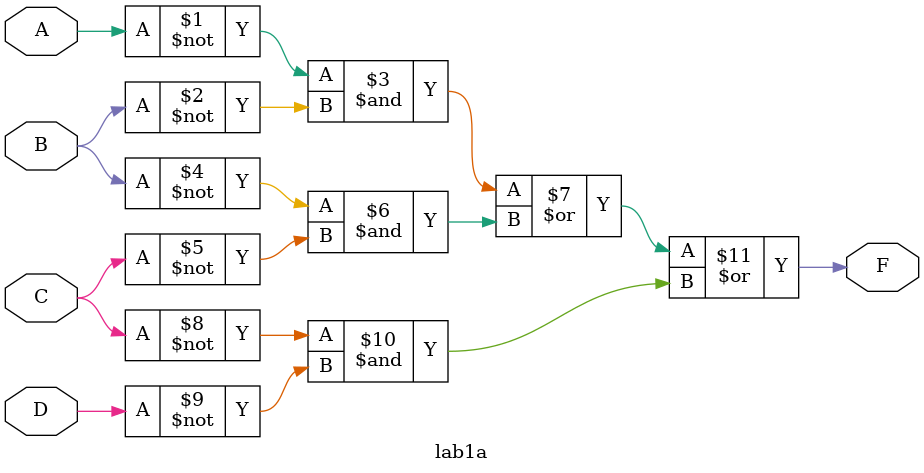
<source format=v>
module lab1a(A, B, C, D, F);
input A, B, C, D;
output F;
assign F = (~A&~B)|(~B&~C)|(~C&~D);
endmodule

</source>
